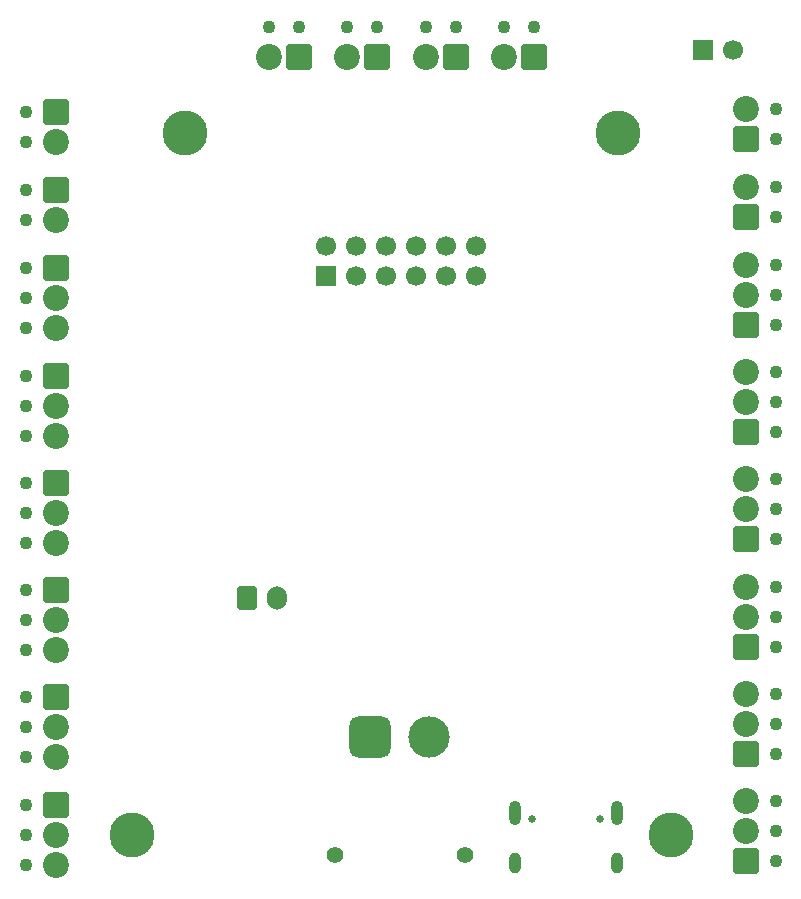
<source format=gbr>
%TF.GenerationSoftware,KiCad,Pcbnew,9.0.4*%
%TF.CreationDate,2025-10-28T21:26:08-04:00*%
%TF.ProjectId,Alpha_Breakout,416c7068-615f-4427-9265-616b6f75742e,rev?*%
%TF.SameCoordinates,Original*%
%TF.FileFunction,Soldermask,Bot*%
%TF.FilePolarity,Negative*%
%FSLAX46Y46*%
G04 Gerber Fmt 4.6, Leading zero omitted, Abs format (unit mm)*
G04 Created by KiCad (PCBNEW 9.0.4) date 2025-10-28 21:26:08*
%MOMM*%
%LPD*%
G01*
G04 APERTURE LIST*
G04 Aperture macros list*
%AMRoundRect*
0 Rectangle with rounded corners*
0 $1 Rounding radius*
0 $2 $3 $4 $5 $6 $7 $8 $9 X,Y pos of 4 corners*
0 Add a 4 corners polygon primitive as box body*
4,1,4,$2,$3,$4,$5,$6,$7,$8,$9,$2,$3,0*
0 Add four circle primitives for the rounded corners*
1,1,$1+$1,$2,$3*
1,1,$1+$1,$4,$5*
1,1,$1+$1,$6,$7*
1,1,$1+$1,$8,$9*
0 Add four rect primitives between the rounded corners*
20,1,$1+$1,$2,$3,$4,$5,0*
20,1,$1+$1,$4,$5,$6,$7,0*
20,1,$1+$1,$6,$7,$8,$9,0*
20,1,$1+$1,$8,$9,$2,$3,0*%
G04 Aperture macros list end*
%ADD10C,1.100000*%
%ADD11RoundRect,0.249999X-0.850001X0.850001X-0.850001X-0.850001X0.850001X-0.850001X0.850001X0.850001X0*%
%ADD12C,2.200000*%
%ADD13RoundRect,0.249999X0.850001X-0.850001X0.850001X0.850001X-0.850001X0.850001X-0.850001X-0.850001X0*%
%ADD14RoundRect,0.249999X0.850001X0.850001X-0.850001X0.850001X-0.850001X-0.850001X0.850001X-0.850001X0*%
%ADD15C,1.400000*%
%ADD16RoundRect,0.770000X0.980000X0.980000X-0.980000X0.980000X-0.980000X-0.980000X0.980000X-0.980000X0*%
%ADD17C,3.500000*%
%ADD18C,3.800000*%
%ADD19RoundRect,0.250000X-0.600000X-0.750000X0.600000X-0.750000X0.600000X0.750000X-0.600000X0.750000X0*%
%ADD20O,1.700000X2.000000*%
%ADD21R,1.700000X1.700000*%
%ADD22C,1.700000*%
%ADD23C,0.650000*%
%ADD24O,1.000000X2.100000*%
%ADD25O,1.000000X1.800000*%
G04 APERTURE END LIST*
D10*
%TO.C,J7*%
X116660000Y-111000000D03*
X116660000Y-113540000D03*
X116660000Y-116080000D03*
D11*
X119200000Y-111000000D03*
D12*
X119200000Y-113540000D03*
X119200000Y-116080000D03*
%TD*%
D10*
%TO.C,J12*%
X180140000Y-115780000D03*
X180140000Y-113240000D03*
X180140000Y-110700000D03*
D13*
X177600000Y-115780000D03*
D12*
X177600000Y-113240000D03*
X177600000Y-110700000D03*
%TD*%
D10*
%TO.C,J8*%
X180140000Y-124860000D03*
X180140000Y-122320000D03*
X180140000Y-119780000D03*
D13*
X177600000Y-124860000D03*
D12*
X177600000Y-122320000D03*
X177600000Y-119780000D03*
%TD*%
D10*
%TO.C,J18*%
X146340000Y-63360000D03*
X143800000Y-63360000D03*
D14*
X146340000Y-65900000D03*
D12*
X143800000Y-65900000D03*
%TD*%
D10*
%TO.C,J26*%
X116620000Y-70535147D03*
X116620000Y-73075147D03*
D11*
X119160000Y-70535147D03*
D12*
X119160000Y-73075147D03*
%TD*%
D10*
%TO.C,J29*%
X180140000Y-72779288D03*
X180140000Y-70239288D03*
D13*
X177600000Y-72779288D03*
D12*
X177600000Y-70239288D03*
%TD*%
D15*
%TO.C,J22*%
X153800000Y-133400000D03*
X142800000Y-133400000D03*
D16*
X145800000Y-123400000D03*
D17*
X150800000Y-123400000D03*
%TD*%
D10*
%TO.C,J14*%
X116660000Y-92840000D03*
X116660000Y-95380000D03*
X116660000Y-97920000D03*
D11*
X119200000Y-92840000D03*
D12*
X119200000Y-95380000D03*
X119200000Y-97920000D03*
%TD*%
D10*
%TO.C,J10*%
X116660000Y-83760000D03*
X116660000Y-86300000D03*
X116660000Y-88840000D03*
D11*
X119200000Y-83760000D03*
D12*
X119200000Y-86300000D03*
X119200000Y-88840000D03*
%TD*%
D10*
%TO.C,J27*%
X116620000Y-77135149D03*
X116620000Y-79675149D03*
D11*
X119160000Y-77135149D03*
D12*
X119160000Y-79675149D03*
%TD*%
D10*
%TO.C,J16*%
X180140000Y-106700000D03*
X180140000Y-104160000D03*
X180140000Y-101620000D03*
D13*
X177600000Y-106700000D03*
D12*
X177600000Y-104160000D03*
X177600000Y-101620000D03*
%TD*%
D18*
%TO.C,H3*%
X171290000Y-131710000D03*
%TD*%
%TO.C,H1*%
X130090000Y-72310000D03*
%TD*%
D10*
%TO.C,J28*%
X180140000Y-79369291D03*
X180140000Y-76829291D03*
D13*
X177600000Y-79369291D03*
D12*
X177600000Y-76829291D03*
%TD*%
D19*
%TO.C,J36*%
X135400000Y-111700000D03*
D20*
X137900000Y-111700000D03*
%TD*%
D21*
%TO.C,J34*%
X174000000Y-65300000D03*
D22*
X176540000Y-65300000D03*
%TD*%
D18*
%TO.C,H2*%
X166780000Y-72310000D03*
%TD*%
D10*
%TO.C,J9*%
X180140000Y-88540000D03*
X180140000Y-86000000D03*
X180140000Y-83460000D03*
D13*
X177600000Y-88540000D03*
D12*
X177600000Y-86000000D03*
X177600000Y-83460000D03*
%TD*%
D23*
%TO.C,J2*%
X159515000Y-130400000D03*
X165295000Y-130400000D03*
D24*
X158085000Y-129900000D03*
D25*
X158085000Y-134080000D03*
D24*
X166725000Y-129900000D03*
D25*
X166725000Y-134080000D03*
%TD*%
D10*
%TO.C,J5*%
X180140000Y-97620000D03*
X180140000Y-95080000D03*
X180140000Y-92540000D03*
D13*
X177600000Y-97620000D03*
D12*
X177600000Y-95080000D03*
X177600000Y-92540000D03*
%TD*%
D10*
%TO.C,J3*%
X116660000Y-101920000D03*
X116660000Y-104460000D03*
X116660000Y-107000000D03*
D11*
X119200000Y-101920000D03*
D12*
X119200000Y-104460000D03*
X119200000Y-107000000D03*
%TD*%
D10*
%TO.C,J19*%
X139750000Y-63350000D03*
X137210000Y-63350000D03*
D14*
X139750000Y-65890000D03*
D12*
X137210000Y-65890000D03*
%TD*%
D10*
%TO.C,J20*%
X153040000Y-63350000D03*
X150500000Y-63350000D03*
D14*
X153040000Y-65890000D03*
D12*
X150500000Y-65890000D03*
%TD*%
D10*
%TO.C,J21*%
X159640000Y-63360000D03*
X157100000Y-63360000D03*
D14*
X159640000Y-65900000D03*
D12*
X157100000Y-65900000D03*
%TD*%
D21*
%TO.C,J35*%
X142080000Y-84440000D03*
D22*
X142080000Y-81900000D03*
X144620000Y-84440000D03*
X144620000Y-81900000D03*
X147159999Y-84440000D03*
X147160000Y-81900000D03*
X149700000Y-84440000D03*
X149700000Y-81900000D03*
X152240000Y-84440000D03*
X152240000Y-81900000D03*
X154780000Y-84440000D03*
X154780000Y-81900000D03*
%TD*%
D18*
%TO.C,H4*%
X125590000Y-131710000D03*
%TD*%
D10*
%TO.C,J4*%
X180140000Y-133940000D03*
X180140000Y-131400000D03*
X180140000Y-128860000D03*
D13*
X177600000Y-133940000D03*
D12*
X177600000Y-131400000D03*
X177600000Y-128860000D03*
%TD*%
D10*
%TO.C,J15*%
X116660000Y-129160000D03*
X116660000Y-131700000D03*
X116660000Y-134240000D03*
D11*
X119200000Y-129160000D03*
D12*
X119200000Y-131700000D03*
X119200000Y-134240000D03*
%TD*%
D10*
%TO.C,J11*%
X116660000Y-120080000D03*
X116660000Y-122620000D03*
X116660000Y-125160000D03*
D11*
X119200000Y-120080000D03*
D12*
X119200000Y-122620000D03*
X119200000Y-125160000D03*
%TD*%
M02*

</source>
